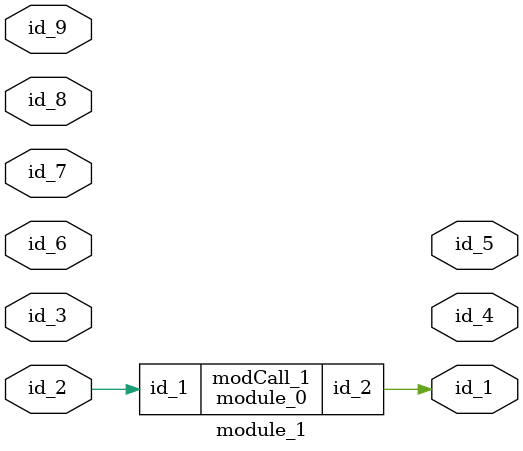
<source format=v>
module module_0 (
    id_1,
    id_2
);
  output wire id_2;
  input wire id_1;
  assign id_2 = id_1;
  wire id_3;
  assign id_2 = 1;
endmodule
module module_1 (
    id_1,
    id_2,
    id_3,
    id_4,
    id_5,
    id_6,
    id_7,
    id_8,
    id_9
);
  inout wire id_9;
  input wire id_8;
  input wire id_7;
  input wire id_6;
  output wire id_5;
  output wire id_4;
  input wire id_3;
  input wire id_2;
  output wire id_1;
  wire id_10;
  module_0 modCall_1 (
      id_2,
      id_1
  );
endmodule

</source>
